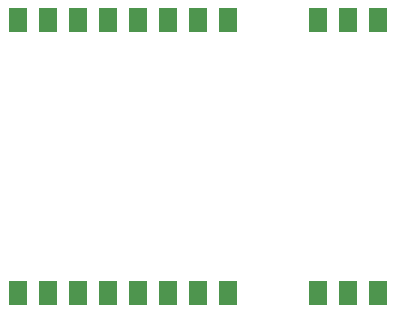
<source format=gbr>
%TF.GenerationSoftware,KiCad,Pcbnew,6.0.11+dfsg-1*%
%TF.CreationDate,2025-08-05T12:34:31+02:00*%
%TF.ProjectId,Kimera,4b696d65-7261-42e6-9b69-6361645f7063,rev?*%
%TF.SameCoordinates,Original*%
%TF.FileFunction,Paste,Top*%
%TF.FilePolarity,Positive*%
%FSLAX46Y46*%
G04 Gerber Fmt 4.6, Leading zero omitted, Abs format (unit mm)*
G04 Created by KiCad (PCBNEW 6.0.11+dfsg-1) date 2025-08-05 12:34:31*
%MOMM*%
%LPD*%
G01*
G04 APERTURE LIST*
%ADD10R,1.510000X2.080000*%
G04 APERTURE END LIST*
D10*
%TO.C,U2*%
X158620000Y-113175000D03*
X161160000Y-113175000D03*
X163700000Y-113175000D03*
X166240000Y-113175000D03*
X168780000Y-113175000D03*
X171320000Y-113175000D03*
X173860000Y-113175000D03*
X158620000Y-90025000D03*
X161160000Y-90025000D03*
X163700000Y-90025000D03*
X166240000Y-90025000D03*
X168780000Y-90025000D03*
X171320000Y-90025000D03*
X173860000Y-90025000D03*
X176400000Y-90025000D03*
X176400000Y-113175000D03*
X184000000Y-90025000D03*
X186540000Y-90025000D03*
X189080000Y-90025000D03*
X184000000Y-113175000D03*
X186540000Y-113175000D03*
X189080000Y-113175000D03*
%TD*%
M02*

</source>
